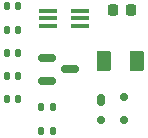
<source format=gbr>
%TF.GenerationSoftware,KiCad,Pcbnew,9.0.2*%
%TF.CreationDate,2025-06-28T16:46:27+02:00*%
%TF.ProjectId,modern-keyboard-template,6d6f6465-726e-42d6-9b65-79626f617264,rev?*%
%TF.SameCoordinates,Original*%
%TF.FileFunction,Paste,Top*%
%TF.FilePolarity,Positive*%
%FSLAX46Y46*%
G04 Gerber Fmt 4.6, Leading zero omitted, Abs format (unit mm)*
G04 Created by KiCad (PCBNEW 9.0.2) date 2025-06-28 16:46:27*
%MOMM*%
%LPD*%
G01*
G04 APERTURE LIST*
G04 Aperture macros list*
%AMRoundRect*
0 Rectangle with rounded corners*
0 $1 Rounding radius*
0 $2 $3 $4 $5 $6 $7 $8 $9 X,Y pos of 4 corners*
0 Add a 4 corners polygon primitive as box body*
4,1,4,$2,$3,$4,$5,$6,$7,$8,$9,$2,$3,0*
0 Add four circle primitives for the rounded corners*
1,1,$1+$1,$2,$3*
1,1,$1+$1,$4,$5*
1,1,$1+$1,$6,$7*
1,1,$1+$1,$8,$9*
0 Add four rect primitives between the rounded corners*
20,1,$1+$1,$2,$3,$4,$5,0*
20,1,$1+$1,$4,$5,$6,$7,0*
20,1,$1+$1,$6,$7,$8,$9,0*
20,1,$1+$1,$8,$9,$2,$3,0*%
G04 Aperture macros list end*
%ADD10RoundRect,0.250000X-0.375000X-0.625000X0.375000X-0.625000X0.375000X0.625000X-0.375000X0.625000X0*%
%ADD11RoundRect,0.225000X-0.225000X-0.250000X0.225000X-0.250000X0.225000X0.250000X-0.225000X0.250000X0*%
%ADD12RoundRect,0.140000X-0.140000X-0.170000X0.140000X-0.170000X0.140000X0.170000X-0.140000X0.170000X0*%
%ADD13RoundRect,0.150000X-0.587500X-0.150000X0.587500X-0.150000X0.587500X0.150000X-0.587500X0.150000X0*%
%ADD14RoundRect,0.135000X-0.135000X-0.185000X0.135000X-0.185000X0.135000X0.185000X-0.135000X0.185000X0*%
%ADD15RoundRect,0.175000X-0.175000X-0.325000X0.175000X-0.325000X0.175000X0.325000X-0.175000X0.325000X0*%
%ADD16RoundRect,0.150000X-0.200000X-0.150000X0.200000X-0.150000X0.200000X0.150000X-0.200000X0.150000X0*%
%ADD17RoundRect,0.100000X-0.650000X-0.100000X0.650000X-0.100000X0.650000X0.100000X-0.650000X0.100000X0*%
G04 APERTURE END LIST*
D10*
%TO.C,F1*%
X416957500Y-27795000D03*
X419757500Y-27795000D03*
%TD*%
D11*
%TO.C,C2*%
X417722500Y-23475000D03*
X419272500Y-23475000D03*
%TD*%
D12*
%TO.C,C8*%
X408727500Y-23205000D03*
X409687500Y-23205000D03*
%TD*%
%TO.C,C9*%
X408727500Y-25175000D03*
X409687500Y-25175000D03*
%TD*%
%TO.C,C10*%
X408727500Y-27145000D03*
X409687500Y-27145000D03*
%TD*%
%TO.C,C43*%
X408727500Y-29115000D03*
X409687500Y-29115000D03*
%TD*%
%TO.C,C44*%
X408727500Y-31085000D03*
X409687500Y-31085000D03*
%TD*%
D13*
%TO.C,U3*%
X412160000Y-27590000D03*
X412160000Y-29490000D03*
X414035000Y-28540000D03*
%TD*%
D14*
%TO.C,R1*%
X411587500Y-31755000D03*
X412607500Y-31755000D03*
%TD*%
%TO.C,R2*%
X411587500Y-33745000D03*
X412607500Y-33745000D03*
%TD*%
D15*
%TO.C,U2*%
X416677500Y-31100000D03*
D16*
X416677500Y-32800000D03*
X418677500Y-32800000D03*
X418677500Y-30900000D03*
%TD*%
D17*
%TO.C,U5*%
X412237500Y-23570000D03*
X412237500Y-24220000D03*
X412237500Y-24870000D03*
X414897500Y-24870000D03*
X414897500Y-24220000D03*
X414897500Y-23570000D03*
%TD*%
M02*

</source>
